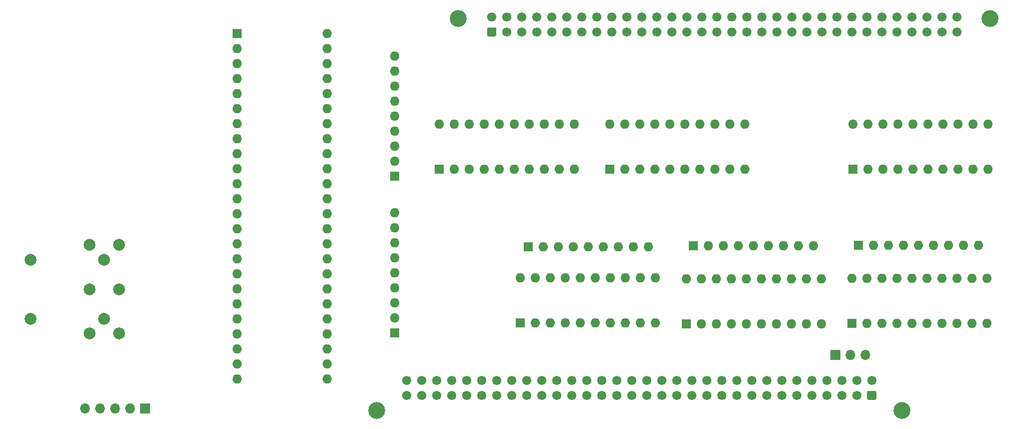
<source format=gbr>
%TF.GenerationSoftware,KiCad,Pcbnew,(5.1.7)-1*%
%TF.CreationDate,2021-09-17T17:18:02+01:00*%
%TF.ProjectId,Apricot-Expansion-RAM,41707269-636f-4742-9d45-7870616e7369,rev?*%
%TF.SameCoordinates,Original*%
%TF.FileFunction,Soldermask,Top*%
%TF.FilePolarity,Negative*%
%FSLAX46Y46*%
G04 Gerber Fmt 4.6, Leading zero omitted, Abs format (unit mm)*
G04 Created by KiCad (PCBNEW (5.1.7)-1) date 2021-09-17 17:18:02*
%MOMM*%
%LPD*%
G01*
G04 APERTURE LIST*
%ADD10O,1.700000X1.700000*%
%ADD11R,1.700000X1.700000*%
%ADD12O,1.600000X1.600000*%
%ADD13R,1.600000X1.600000*%
%ADD14C,2.000000*%
%ADD15C,2.850000*%
%ADD16C,1.550000*%
G04 APERTURE END LIST*
D10*
%TO.C,SEL1*%
X209672000Y-106176000D03*
X207132000Y-106176000D03*
D11*
X204592000Y-106176000D03*
%TD*%
D12*
%TO.C,SRAM-Socket1*%
X118532000Y-51875500D03*
X103292000Y-110295500D03*
X118532000Y-54415500D03*
X103292000Y-107755500D03*
X118532000Y-56955500D03*
X103292000Y-105215500D03*
X118532000Y-59495500D03*
X103292000Y-102675500D03*
X118532000Y-62035500D03*
X103292000Y-100135500D03*
X118532000Y-64575500D03*
X103292000Y-97595500D03*
X118532000Y-67115500D03*
X103292000Y-95055500D03*
X118532000Y-69655500D03*
X103292000Y-92515500D03*
X118532000Y-72195500D03*
X103292000Y-89975500D03*
X118532000Y-74735500D03*
X103292000Y-87435500D03*
X118532000Y-77275500D03*
X103292000Y-84895500D03*
X118532000Y-79815500D03*
X103292000Y-82355500D03*
X118532000Y-82355500D03*
X103292000Y-79815500D03*
X118532000Y-84895500D03*
X103292000Y-77275500D03*
X118532000Y-87435500D03*
X103292000Y-74735500D03*
X118532000Y-89975500D03*
X103292000Y-72195500D03*
X118532000Y-92515500D03*
X103292000Y-69655500D03*
X118532000Y-95055500D03*
X103292000Y-67115500D03*
X118532000Y-97595500D03*
X103292000Y-64575500D03*
X118532000Y-100135500D03*
X103292000Y-62035500D03*
X118532000Y-102675500D03*
X103292000Y-59495500D03*
X118532000Y-105215500D03*
X103292000Y-56955500D03*
X118532000Y-107755500D03*
X103292000Y-54415500D03*
X118532000Y-110295500D03*
D13*
X103292000Y-51875500D03*
%TD*%
D12*
%TO.C,SBDT2*%
X166392000Y-67155500D03*
X189252000Y-74775500D03*
X168932000Y-67155500D03*
X186712000Y-74775500D03*
X171472000Y-67155500D03*
X184172000Y-74775500D03*
X174012000Y-67155500D03*
X181632000Y-74775500D03*
X176552000Y-67155500D03*
X179092000Y-74775500D03*
X179092000Y-67155500D03*
X176552000Y-74775500D03*
X181632000Y-67155500D03*
X174012000Y-74775500D03*
X184172000Y-67155500D03*
X171472000Y-74775500D03*
X186712000Y-67155500D03*
X168932000Y-74775500D03*
X189252000Y-67155500D03*
D13*
X166392000Y-74775500D03*
%TD*%
D12*
%TO.C,SBDT1*%
X137492000Y-67155500D03*
X160352000Y-74775500D03*
X140032000Y-67155500D03*
X157812000Y-74775500D03*
X142572000Y-67155500D03*
X155272000Y-74775500D03*
X145112000Y-67155500D03*
X152732000Y-74775500D03*
X147652000Y-67155500D03*
X150192000Y-74775500D03*
X150192000Y-67155500D03*
X147652000Y-74775500D03*
X152732000Y-67155500D03*
X145112000Y-74775500D03*
X155272000Y-67155500D03*
X142572000Y-74775500D03*
X157812000Y-67155500D03*
X140032000Y-74775500D03*
X160352000Y-67155500D03*
D13*
X137492000Y-74775500D03*
%TD*%
D12*
%TO.C,RAM-Decoder1*%
X207492000Y-67155500D03*
X230352000Y-74775500D03*
X210032000Y-67155500D03*
X227812000Y-74775500D03*
X212572000Y-67155500D03*
X225272000Y-74775500D03*
X215112000Y-67155500D03*
X222732000Y-74775500D03*
X217652000Y-67155500D03*
X220192000Y-74775500D03*
X220192000Y-67155500D03*
X217652000Y-74775500D03*
X222732000Y-67155500D03*
X215112000Y-74775500D03*
X225272000Y-67155500D03*
X212572000Y-74775500D03*
X227812000Y-67155500D03*
X210032000Y-74775500D03*
X230352000Y-67155500D03*
D13*
X207492000Y-74775500D03*
%TD*%
D12*
%TO.C,DP2*%
X129992000Y-82156000D03*
X129992000Y-84696000D03*
X129992000Y-87236000D03*
X129992000Y-89776000D03*
X129992000Y-92316000D03*
X129992000Y-94856000D03*
X129992000Y-97396000D03*
X129992000Y-99936000D03*
D13*
X129992000Y-102476000D03*
%TD*%
D12*
%TO.C,DP1*%
X129992000Y-55655500D03*
X129992000Y-58195500D03*
X129992000Y-60735500D03*
X129992000Y-63275500D03*
X129992000Y-65815500D03*
X129992000Y-68355500D03*
X129992000Y-70895500D03*
X129992000Y-73435500D03*
D13*
X129992000Y-75975500D03*
%TD*%
D12*
%TO.C,AP3*%
X228812000Y-87675500D03*
X226272000Y-87675500D03*
X223732000Y-87675500D03*
X221192000Y-87675500D03*
X218652000Y-87675500D03*
X216112000Y-87675500D03*
X213572000Y-87675500D03*
X211032000Y-87675500D03*
D13*
X208492000Y-87675500D03*
%TD*%
D12*
%TO.C,AP2*%
X200812000Y-87775500D03*
X198272000Y-87775500D03*
X195732000Y-87775500D03*
X193192000Y-87775500D03*
X190652000Y-87775500D03*
X188112000Y-87775500D03*
X185572000Y-87775500D03*
X183032000Y-87775500D03*
D13*
X180492000Y-87775500D03*
%TD*%
D12*
%TO.C,AP1*%
X172912000Y-87875500D03*
X170372000Y-87875500D03*
X167832000Y-87875500D03*
X165292000Y-87875500D03*
X162752000Y-87875500D03*
X160212000Y-87875500D03*
X157672000Y-87875500D03*
X155132000Y-87875500D03*
D13*
X152592000Y-87875500D03*
%TD*%
D12*
%TO.C,ALATCH3*%
X207392000Y-93256000D03*
X230252000Y-100876000D03*
X209932000Y-93256000D03*
X227712000Y-100876000D03*
X212472000Y-93256000D03*
X225172000Y-100876000D03*
X215012000Y-93256000D03*
X222632000Y-100876000D03*
X217552000Y-93256000D03*
X220092000Y-100876000D03*
X220092000Y-93256000D03*
X217552000Y-100876000D03*
X222632000Y-93256000D03*
X215012000Y-100876000D03*
X225172000Y-93256000D03*
X212472000Y-100876000D03*
X227712000Y-93256000D03*
X209932000Y-100876000D03*
X230252000Y-93256000D03*
D13*
X207392000Y-100876000D03*
%TD*%
D12*
%TO.C,ALATCH2*%
X179292000Y-93356000D03*
X202152000Y-100976000D03*
X181832000Y-93356000D03*
X199612000Y-100976000D03*
X184372000Y-93356000D03*
X197072000Y-100976000D03*
X186912000Y-93356000D03*
X194532000Y-100976000D03*
X189452000Y-93356000D03*
X191992000Y-100976000D03*
X191992000Y-93356000D03*
X189452000Y-100976000D03*
X194532000Y-93356000D03*
X186912000Y-100976000D03*
X197072000Y-93356000D03*
X184372000Y-100976000D03*
X199612000Y-93356000D03*
X181832000Y-100976000D03*
X202152000Y-93356000D03*
D13*
X179292000Y-100976000D03*
%TD*%
D12*
%TO.C,ALATCH1*%
X151192000Y-93156000D03*
X174052000Y-100776000D03*
X153732000Y-93156000D03*
X171512000Y-100776000D03*
X156272000Y-93156000D03*
X168972000Y-100776000D03*
X158812000Y-93156000D03*
X166432000Y-100776000D03*
X161352000Y-93156000D03*
X163892000Y-100776000D03*
X163892000Y-93156000D03*
X161352000Y-100776000D03*
X166432000Y-93156000D03*
X158812000Y-100776000D03*
X168972000Y-93156000D03*
X156272000Y-100776000D03*
X171512000Y-93156000D03*
X153732000Y-100776000D03*
X174052000Y-93156000D03*
D13*
X151192000Y-100776000D03*
%TD*%
D14*
%TO.C,JV-2*%
X83292000Y-95075500D03*
X78292000Y-95075500D03*
X83292000Y-87575500D03*
X78292000Y-87575500D03*
X83292000Y-102575500D03*
X78292000Y-102575500D03*
X80792000Y-100075500D03*
X80792000Y-90075500D03*
X68292000Y-90075500D03*
X68292000Y-100075500D03*
%TD*%
D10*
%TO.C,JV-1*%
X77532000Y-115276000D03*
X80072000Y-115276000D03*
X82612000Y-115276000D03*
X85152000Y-115276000D03*
D11*
X87692000Y-115276000D03*
%TD*%
D15*
%TO.C,CONN2*%
X230762000Y-49335500D03*
X140762000Y-49335500D03*
D16*
X225132000Y-49035500D03*
X222592000Y-49035500D03*
X220052000Y-49035500D03*
X217512000Y-49035500D03*
X214972000Y-49035500D03*
X212432000Y-49035500D03*
X209892000Y-49035500D03*
X207352000Y-49035500D03*
X204812000Y-49035500D03*
X202272000Y-49035500D03*
X199732000Y-49035500D03*
X197192000Y-49035500D03*
X194652000Y-49035500D03*
X192112000Y-49035500D03*
X189572000Y-49035500D03*
X187032000Y-49035500D03*
X184492000Y-49035500D03*
X181952000Y-49035500D03*
X179412000Y-49035500D03*
X176872000Y-49035500D03*
X174332000Y-49035500D03*
X171792000Y-49035500D03*
X169252000Y-49035500D03*
X166712000Y-49035500D03*
X164172000Y-49035500D03*
X161632000Y-49035500D03*
X159092000Y-49035500D03*
X156552000Y-49035500D03*
X154012000Y-49035500D03*
X151472000Y-49035500D03*
X148932000Y-49035500D03*
X146392000Y-49035500D03*
X225132000Y-51575500D03*
X222592000Y-51575500D03*
X220052000Y-51575500D03*
X217512000Y-51575500D03*
X214972000Y-51575500D03*
X212432000Y-51575500D03*
X209892000Y-51575500D03*
X207352000Y-51575500D03*
X204812000Y-51575500D03*
X202272000Y-51575500D03*
X199732000Y-51575500D03*
X197192000Y-51575500D03*
X194652000Y-51575500D03*
X192112000Y-51575500D03*
X189572000Y-51575500D03*
X187032000Y-51575500D03*
X184492000Y-51575500D03*
X181952000Y-51575500D03*
X179412000Y-51575500D03*
X176872000Y-51575500D03*
X174332000Y-51575500D03*
X171792000Y-51575500D03*
X169252000Y-51575500D03*
X166712000Y-51575500D03*
X164172000Y-51575500D03*
X161632000Y-51575500D03*
X159092000Y-51575500D03*
X156552000Y-51575500D03*
X154012000Y-51575500D03*
X151472000Y-51575500D03*
X148932000Y-51575500D03*
G36*
G01*
X146917001Y-52350500D02*
X145866999Y-52350500D01*
G75*
G02*
X145617000Y-52100501I0J249999D01*
G01*
X145617000Y-51050499D01*
G75*
G02*
X145866999Y-50800500I249999J0D01*
G01*
X146917001Y-50800500D01*
G75*
G02*
X147167000Y-51050499I0J-249999D01*
G01*
X147167000Y-52100501D01*
G75*
G02*
X146917001Y-52350500I-249999J0D01*
G01*
G37*
%TD*%
%TO.C,CONN1*%
X131972000Y-110496000D03*
X134512000Y-110496000D03*
X137052000Y-110496000D03*
X139592000Y-110496000D03*
X142132000Y-110496000D03*
X144672000Y-110496000D03*
X147212000Y-110496000D03*
X149752000Y-110496000D03*
X152292000Y-110496000D03*
X154832000Y-110496000D03*
X157372000Y-110496000D03*
X159912000Y-110496000D03*
X162452000Y-110496000D03*
X164992000Y-110496000D03*
X167532000Y-110496000D03*
X170072000Y-110496000D03*
X172612000Y-110496000D03*
X175152000Y-110496000D03*
X177692000Y-110496000D03*
X180232000Y-110496000D03*
X182772000Y-110496000D03*
X185312000Y-110496000D03*
X187852000Y-110496000D03*
X190392000Y-110496000D03*
X192932000Y-110496000D03*
X195472000Y-110496000D03*
X198012000Y-110496000D03*
X200552000Y-110496000D03*
X203092000Y-110496000D03*
X205632000Y-110496000D03*
X208172000Y-110496000D03*
X210712000Y-110496000D03*
X131972000Y-113036000D03*
X134512000Y-113036000D03*
X137052000Y-113036000D03*
X139592000Y-113036000D03*
X142132000Y-113036000D03*
X144672000Y-113036000D03*
X147212000Y-113036000D03*
X149752000Y-113036000D03*
X152292000Y-113036000D03*
X154832000Y-113036000D03*
X157372000Y-113036000D03*
X159912000Y-113036000D03*
X162452000Y-113036000D03*
X164992000Y-113036000D03*
X167532000Y-113036000D03*
X170072000Y-113036000D03*
X172612000Y-113036000D03*
X175152000Y-113036000D03*
X177692000Y-113036000D03*
X180232000Y-113036000D03*
X182772000Y-113036000D03*
X185312000Y-113036000D03*
X187852000Y-113036000D03*
X190392000Y-113036000D03*
X192932000Y-113036000D03*
X195472000Y-113036000D03*
X198012000Y-113036000D03*
X200552000Y-113036000D03*
X203092000Y-113036000D03*
X205632000Y-113036000D03*
X208172000Y-113036000D03*
G36*
G01*
X211487000Y-112510999D02*
X211487000Y-113561001D01*
G75*
G02*
X211237001Y-113811000I-249999J0D01*
G01*
X210186999Y-113811000D01*
G75*
G02*
X209937000Y-113561001I0J249999D01*
G01*
X209937000Y-112510999D01*
G75*
G02*
X210186999Y-112261000I249999J0D01*
G01*
X211237001Y-112261000D01*
G75*
G02*
X211487000Y-112510999I0J-249999D01*
G01*
G37*
D15*
X126892000Y-115576000D03*
X215792000Y-115576000D03*
%TD*%
M02*

</source>
